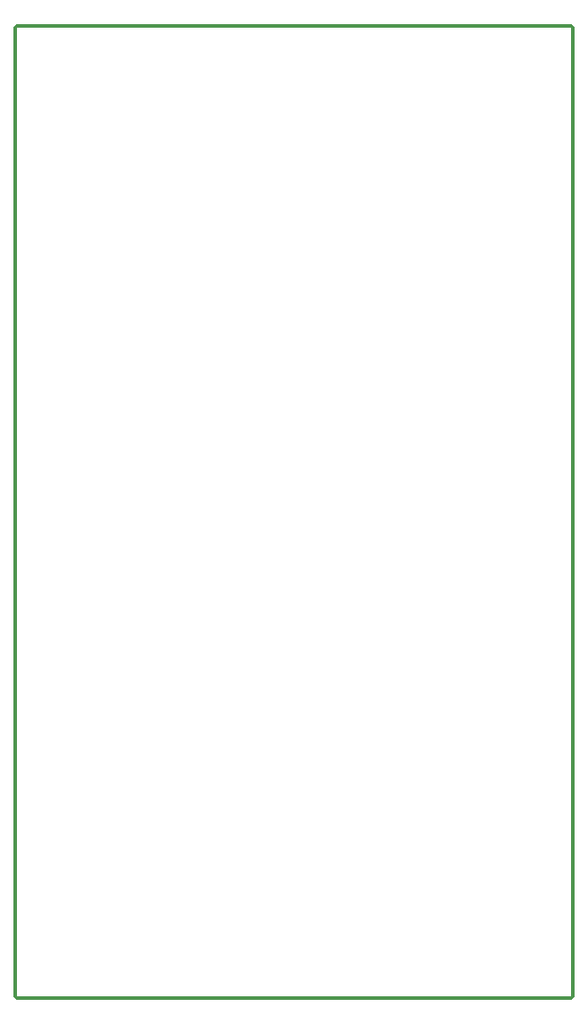
<source format=gm1>
G04*
G04 #@! TF.GenerationSoftware,Altium Limited,Altium Designer,18.1.7 (191)*
G04*
G04 Layer_Color=16711935*
%FSLAX25Y25*%
%MOIN*%
G70*
G01*
G75*
%ADD21C,0.01200*%
D21*
X100000Y461600D02*
G03*
X99400Y461000I0J-600D01*
G01*
X100000Y461600D02*
G03*
X99400Y461000I0J-600D01*
G01*
X307100D02*
G03*
X306500Y461600I-600J0D01*
G01*
X307100Y461000D02*
G03*
X306500Y461600I-600J0D01*
G01*
Y99400D02*
G03*
X307100Y100000I0J600D01*
G01*
X306500Y99400D02*
G03*
X307100Y100000I0J600D01*
G01*
X99400D02*
G03*
X100000Y99400I600J0D01*
G01*
X99400Y100000D02*
G03*
X100000Y99400I600J0D01*
G01*
X307100Y100000D02*
Y461000D01*
X100000Y461600D02*
X306500D01*
X100000Y99400D02*
X306500D01*
X99400Y100000D02*
Y461000D01*
X100000Y461600D02*
G03*
X99400Y461000I0J-600D01*
G01*
X100000Y461600D02*
G03*
X99400Y461000I0J-600D01*
G01*
X307100D02*
G03*
X306500Y461600I-600J0D01*
G01*
X307100Y461000D02*
G03*
X306500Y461600I-600J0D01*
G01*
Y99400D02*
G03*
X307100Y100000I0J600D01*
G01*
X306500Y99400D02*
G03*
X307100Y100000I0J600D01*
G01*
X99400D02*
G03*
X100000Y99400I600J0D01*
G01*
X99400Y100000D02*
G03*
X100000Y99400I600J0D01*
G01*
X307100Y100000D02*
Y461000D01*
X100000Y461600D02*
X306500D01*
X100000Y99400D02*
X306500D01*
X99400Y100000D02*
Y461000D01*
M02*

</source>
